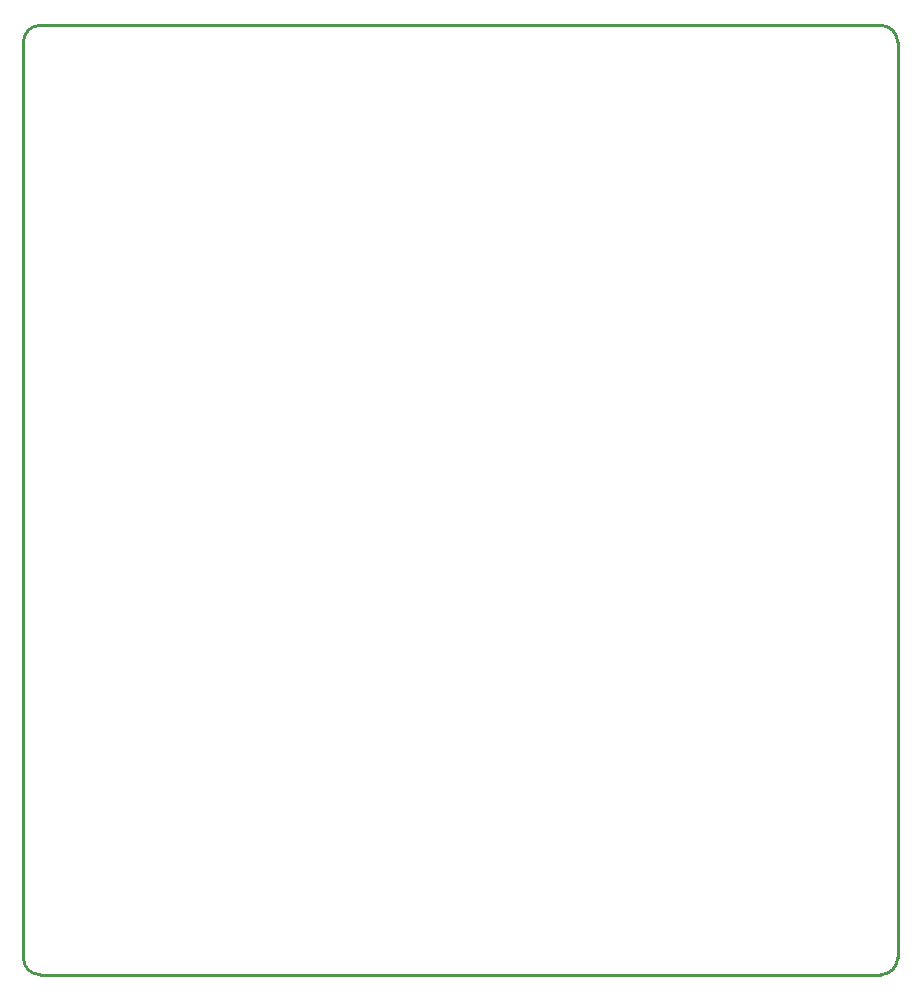
<source format=gbr>
%TF.GenerationSoftware,Altium Limited,Altium Designer,20.1.12 (249)*%
G04 Layer_Color=16711935*
%FSLAX26Y26*%
%MOIN*%
%TF.SameCoordinates,D75832AC-A100-412D-90FB-EBA7F01B91C8*%
%TF.FilePolarity,Positive*%
%TF.FileFunction,Other,Mechanical_1*%
%TF.Part,Single*%
G01*
G75*
%TA.AperFunction,NonConductor*%
%ADD19C,0.010000*%
D19*
X2863108Y4980D02*
G03*
X2918542Y60414I-0J55435D01*
G01*
X4794Y59912D02*
G03*
X59912Y4794I55118J0D01*
G01*
X60155Y3169328D02*
G03*
X5000Y3114173I0J-55155D01*
G01*
X2918307D02*
G03*
X2863320Y3169160I-54987J-0D01*
G01*
X59912Y5000D02*
X2863189D01*
X2918542Y59055D02*
X2918544Y3115157D01*
X4921Y3114173D02*
X5000Y59912D01*
X60196Y3169291D02*
X2863054D01*
%TF.MD5,133b876b847d425311713fb582f4b80d*%
M02*

</source>
